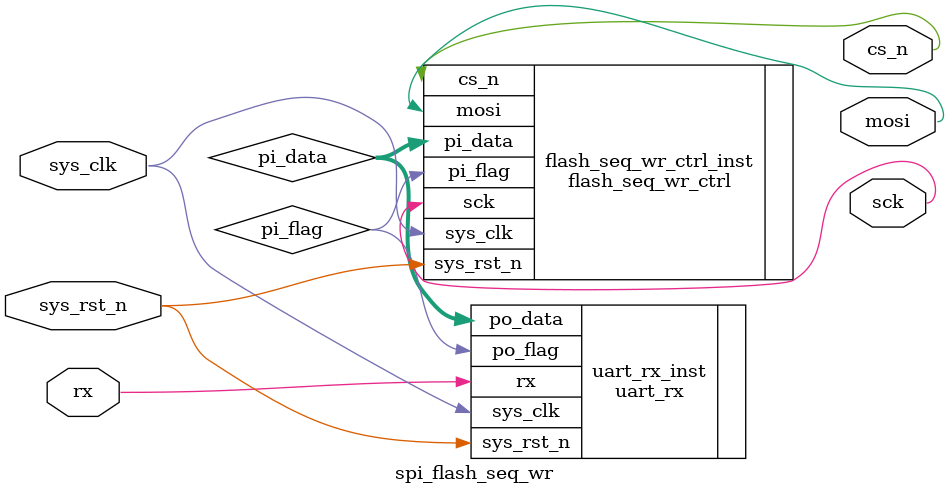
<source format=v>
module  spi_flash_seq_wr
(
    input   wire            sys_clk     ,
    input   wire            sys_rst_n   ,
    input   wire            rx          ,
    
    output  wire            sck         ,
    output  wire            cs_n        ,
    output  wire            mosi        

);

parameter   UART_BPS = 9600,
            CLK_FREQ = 50_000_0;//00;

wire            pi_flag;
wire    [7:0]   pi_data;

uart_rx
#(
    .UART_BPS(UART_BPS),
    .CLK_FREQ(CLK_FREQ)
)
uart_rx_inst
(
    .sys_clk     (sys_clk  ),
    .sys_rst_n   (sys_rst_n),
    .rx          (rx       ),
    
    .po_data     (pi_data),
    .po_flag     (pi_flag)
);

flash_seq_wr_ctrl   flash_seq_wr_ctrl_inst
(
    .sys_clk     (sys_clk  ),
    .sys_rst_n   (sys_rst_n),
    .pi_flag     (pi_flag  ),
    .pi_data     (pi_data  ),
    
    .sck         (sck      ),
    .cs_n        (cs_n     ),
    .mosi        (mosi     )
);





endmodule

</source>
